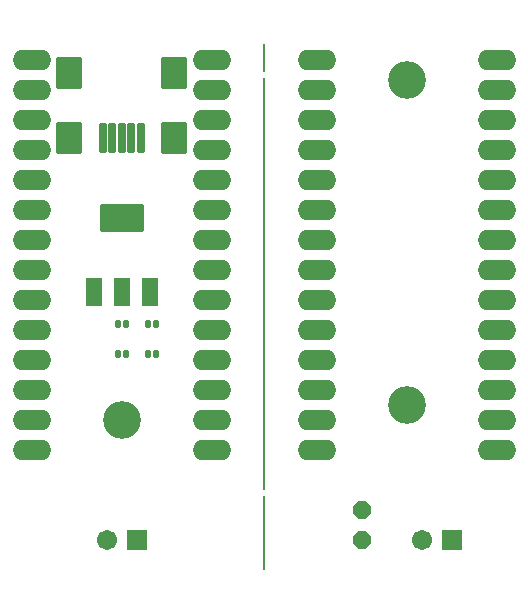
<source format=gbr>
%TF.GenerationSoftware,KiCad,Pcbnew,7.0.1*%
%TF.CreationDate,2023-09-15T15:11:26+09:00*%
%TF.ProjectId,remote emergency switch,72656d6f-7465-4206-956d-657267656e63,rev?*%
%TF.SameCoordinates,Original*%
%TF.FileFunction,Soldermask,Top*%
%TF.FilePolarity,Negative*%
%FSLAX46Y46*%
G04 Gerber Fmt 4.6, Leading zero omitted, Abs format (unit mm)*
G04 Created by KiCad (PCBNEW 7.0.1) date 2023-09-15 15:11:26*
%MOMM*%
%LPD*%
G01*
G04 APERTURE LIST*
G04 Aperture macros list*
%AMRoundRect*
0 Rectangle with rounded corners*
0 $1 Rounding radius*
0 $2 $3 $4 $5 $6 $7 $8 $9 X,Y pos of 4 corners*
0 Add a 4 corners polygon primitive as box body*
4,1,4,$2,$3,$4,$5,$6,$7,$8,$9,$2,$3,0*
0 Add four circle primitives for the rounded corners*
1,1,$1+$1,$2,$3*
1,1,$1+$1,$4,$5*
1,1,$1+$1,$6,$7*
1,1,$1+$1,$8,$9*
0 Add four rect primitives between the rounded corners*
20,1,$1+$1,$2,$3,$4,$5,0*
20,1,$1+$1,$4,$5,$6,$7,0*
20,1,$1+$1,$6,$7,$8,$9,0*
20,1,$1+$1,$8,$9,$2,$3,0*%
%AMFreePoly0*
4,1,25,0.312428,0.754266,0.345389,0.732242,0.732242,0.345389,0.754266,0.312428,0.762000,0.273547,0.762000,-0.273547,0.754266,-0.312428,0.732242,-0.345389,0.345389,-0.732242,0.312428,-0.754266,0.273547,-0.762000,-0.273547,-0.762000,-0.312428,-0.754266,-0.345389,-0.732242,-0.732242,-0.345389,-0.754266,-0.312428,-0.762000,-0.273547,-0.762000,0.273547,-0.754266,0.312428,-0.732242,0.345389,
-0.345389,0.732242,-0.312428,0.754266,-0.273547,0.762000,0.273547,0.762000,0.312428,0.754266,0.312428,0.754266,$1*%
G04 Aperture macros list end*
%ADD10O,0.100000X6.400000*%
%ADD11O,0.100000X2.500000*%
%ADD12C,0.100000*%
%ADD13O,0.100000X35.000000*%
%ADD14FreePoly0,270.000000*%
%ADD15RoundRect,0.101600X-0.754000X-0.754000X0.754000X-0.754000X0.754000X0.754000X-0.754000X0.754000X0*%
%ADD16C,1.711200*%
%ADD17O,3.251200X1.727200*%
%ADD18RoundRect,0.101600X1.000000X1.250000X-1.000000X1.250000X-1.000000X-1.250000X1.000000X-1.250000X0*%
%ADD19RoundRect,0.101600X-0.250000X1.150000X-0.250000X-1.150000X0.250000X-1.150000X0.250000X1.150000X0*%
%ADD20RoundRect,0.101600X-1.750000X-1.100000X1.750000X-1.100000X1.750000X1.100000X-1.750000X1.100000X0*%
%ADD21RoundRect,0.101600X0.600000X-1.100000X0.600000X1.100000X-0.600000X1.100000X-0.600000X-1.100000X0*%
%ADD22RoundRect,0.101600X-0.175000X-0.200000X0.175000X-0.200000X0.175000X0.200000X-0.175000X0.200000X0*%
%ADD23C,3.200000*%
G04 APERTURE END LIST*
D10*
%TO.C,*%
X148000000Y-124100000D03*
%TD*%
D11*
%TO.C,*%
X148000000Y-83850000D03*
%TD*%
D12*
%TO.C,*%
X148000000Y-120700000D03*
%TD*%
%TO.C,*%
X148000000Y-85300000D03*
%TD*%
%TO.C,*%
X148000000Y-82630000D03*
%TD*%
%TO.C,*%
X148000000Y-82730000D03*
%TD*%
D13*
%TO.C,*%
X148000000Y-103000000D03*
%TD*%
D12*
%TO.C,*%
X148000000Y-127330000D03*
%TD*%
%TO.C,*%
X148000000Y-82550000D03*
%TD*%
%TO.C,REF\u002A\u002A*%
X145800000Y-129740000D03*
X145890000Y-129720000D03*
X145980000Y-129690000D03*
X146070000Y-129660000D03*
X146160000Y-129630000D03*
X146250000Y-129590000D03*
X146340000Y-129550000D03*
X146430000Y-129510000D03*
X146510000Y-129460000D03*
X146590000Y-129410000D03*
X146670000Y-129360000D03*
X146750000Y-129310000D03*
X146830000Y-129250000D03*
X146910000Y-129190000D03*
X146990000Y-129130000D03*
X147070000Y-129060000D03*
X147140000Y-129000000D03*
X147210000Y-128930000D03*
X147270000Y-128860000D03*
X147340000Y-128790000D03*
X147400000Y-128720000D03*
X147460000Y-128640000D03*
X147520000Y-128560000D03*
X147580000Y-128480000D03*
X147630000Y-128390000D03*
X147680000Y-128310000D03*
X147730000Y-128220000D03*
X147780000Y-128130000D03*
X147820000Y-128040000D03*
X147860000Y-127950000D03*
X147890000Y-127860000D03*
X147920000Y-127770000D03*
X147950000Y-127680000D03*
X147980000Y-127590000D03*
X148000000Y-127390000D03*
X148000000Y-127490000D03*
X148040000Y-127660000D03*
X148070000Y-127750000D03*
X148100000Y-127840000D03*
X148140000Y-127930000D03*
X148180000Y-128020000D03*
X148220000Y-128110000D03*
X148260000Y-128200000D03*
X148310000Y-128280000D03*
X148350000Y-128360000D03*
X148400000Y-128440000D03*
X148450000Y-128520000D03*
X148510000Y-128600000D03*
X148570000Y-128670000D03*
X148630000Y-128750000D03*
X148690000Y-128820000D03*
X148760000Y-128890000D03*
X148830000Y-128960000D03*
X148900000Y-129030000D03*
X148970000Y-129090000D03*
X149040000Y-129150000D03*
X149110000Y-129210000D03*
X149190000Y-129260000D03*
X149260000Y-129320000D03*
X149340000Y-129370000D03*
X149420000Y-129420000D03*
X149500000Y-129470000D03*
X149590000Y-129510000D03*
X149680000Y-129550000D03*
X149760000Y-129590000D03*
X149840000Y-129630000D03*
X149930000Y-129660000D03*
X150020000Y-129690000D03*
X150110000Y-129710000D03*
X150200000Y-129740000D03*
%TD*%
%TO.C,REF\u002A\u002A*%
X145800000Y-80240000D03*
X145890000Y-80270000D03*
X145980000Y-80300000D03*
X146070000Y-80330000D03*
X146160000Y-80360000D03*
X146250000Y-80400000D03*
X146340000Y-80440000D03*
X146430000Y-80480000D03*
X146510000Y-80530000D03*
X146590000Y-80580000D03*
X146670000Y-80630000D03*
X146750000Y-80680000D03*
X146830000Y-80740000D03*
X146910000Y-80800000D03*
X146990000Y-80860000D03*
X147070000Y-80930000D03*
X147140000Y-80990000D03*
X147210000Y-81060000D03*
X147270000Y-81130000D03*
X147340000Y-81200000D03*
X147400000Y-81270000D03*
X147460000Y-81350000D03*
X147520000Y-81430000D03*
X147580000Y-81510000D03*
X147630000Y-81600000D03*
X147680000Y-81680000D03*
X147730000Y-81770000D03*
X147780000Y-81860000D03*
X147820000Y-81950000D03*
X147860000Y-82040000D03*
X147890000Y-82130000D03*
X147920000Y-82220000D03*
X147950000Y-82310000D03*
X147980000Y-82400000D03*
X148000000Y-82490000D03*
X148040000Y-82330000D03*
X148070000Y-82240000D03*
X148100000Y-82150000D03*
X148140000Y-82060000D03*
X148180000Y-81970000D03*
X148220000Y-81880000D03*
X148260000Y-81790000D03*
X148310000Y-81710000D03*
X148350000Y-81630000D03*
X148400000Y-81550000D03*
X148450000Y-81470000D03*
X148510000Y-81390000D03*
X148570000Y-81320000D03*
X148630000Y-81240000D03*
X148690000Y-81170000D03*
X148760000Y-81100000D03*
X148830000Y-81030000D03*
X148900000Y-80960000D03*
X148970000Y-80900000D03*
X149040000Y-80840000D03*
X149110000Y-80780000D03*
X149190000Y-80730000D03*
X149260000Y-80670000D03*
X149340000Y-80620000D03*
X149420000Y-80570000D03*
X149500000Y-80520000D03*
X149590000Y-80480000D03*
X149680000Y-80440000D03*
X149760000Y-80400000D03*
X149840000Y-80360000D03*
X149930000Y-80330000D03*
X150020000Y-80300000D03*
X150110000Y-80260000D03*
X150200000Y-80240000D03*
%TD*%
D14*
%TO.C,C15*%
X156286100Y-124683600D03*
X156286100Y-122143600D03*
%TD*%
D15*
%TO.C,EME1*%
X137236100Y-124683600D03*
D16*
X134696100Y-124683600D03*
%TD*%
D17*
%TO.C,TWE_LEFT1*%
X128346100Y-117063600D03*
X128346100Y-114523600D03*
X128346100Y-111983600D03*
X128346100Y-109443600D03*
X128346100Y-106903600D03*
X128346100Y-104363600D03*
X128346100Y-101823600D03*
X128346100Y-99283600D03*
X128346100Y-96743600D03*
X128346100Y-94203600D03*
X128346100Y-91663600D03*
X128346100Y-89123600D03*
X128346100Y-86583600D03*
X128346100Y-84043600D03*
%TD*%
%TO.C,TWE_RIGHT1*%
X143586100Y-117063600D03*
X143586100Y-114523600D03*
X143586100Y-111983600D03*
X143586100Y-109443600D03*
X143586100Y-106903600D03*
X143586100Y-104363600D03*
X143586100Y-101823600D03*
X143586100Y-99283600D03*
X143586100Y-96743600D03*
X143586100Y-94203600D03*
X143586100Y-91663600D03*
X143586100Y-89123600D03*
X143586100Y-86583600D03*
X143586100Y-84043600D03*
%TD*%
%TO.C,TWE_LEFT2*%
X152476100Y-117063600D03*
X152476100Y-114523600D03*
X152476100Y-111983600D03*
X152476100Y-109443600D03*
X152476100Y-106903600D03*
X152476100Y-104363600D03*
X152476100Y-101823600D03*
X152476100Y-99283600D03*
X152476100Y-96743600D03*
X152476100Y-94203600D03*
X152476100Y-91663600D03*
X152476100Y-89123600D03*
X152476100Y-86583600D03*
X152476100Y-84043600D03*
%TD*%
%TO.C,TWE_RIGHT2*%
X167716100Y-117063600D03*
X167716100Y-114523600D03*
X167716100Y-111983600D03*
X167716100Y-109443600D03*
X167716100Y-106903600D03*
X167716100Y-104363600D03*
X167716100Y-101823600D03*
X167716100Y-99283600D03*
X167716100Y-96743600D03*
X167716100Y-94203600D03*
X167716100Y-91663600D03*
X167716100Y-89123600D03*
X167716100Y-86583600D03*
X167716100Y-84043600D03*
%TD*%
D15*
%TO.C,CELL_SUPPLY0*%
X163906100Y-124683600D03*
D16*
X161366100Y-124683600D03*
%TD*%
D18*
%TO.C,DEVICE0*%
X131516100Y-85103600D03*
X131516100Y-90603600D03*
X140416100Y-85103600D03*
X140416100Y-90603600D03*
D19*
X134366100Y-90623600D03*
X135166100Y-90623600D03*
X135966100Y-90623600D03*
X136766100Y-90623600D03*
X137566100Y-90623600D03*
%TD*%
D20*
%TO.C,REGYURETA0*%
X135966100Y-97453600D03*
D21*
X138316100Y-103653600D03*
X135966100Y-103653600D03*
X133616100Y-103653600D03*
%TD*%
D22*
%TO.C,C2*%
X138831100Y-108935600D03*
X138181100Y-108935600D03*
%TD*%
%TO.C,C3*%
X136291100Y-108935600D03*
X135641100Y-108935600D03*
%TD*%
%TO.C,C1*%
X138831100Y-106395600D03*
X138181100Y-106395600D03*
%TD*%
%TO.C,C4*%
X136291100Y-106395600D03*
X135641100Y-106395600D03*
%TD*%
D23*
%TO.C,H1*%
X160096100Y-85694600D03*
%TD*%
%TO.C,H2*%
X160096100Y-113253600D03*
%TD*%
%TO.C,H3*%
X135966100Y-114523600D03*
%TD*%
M02*

</source>
